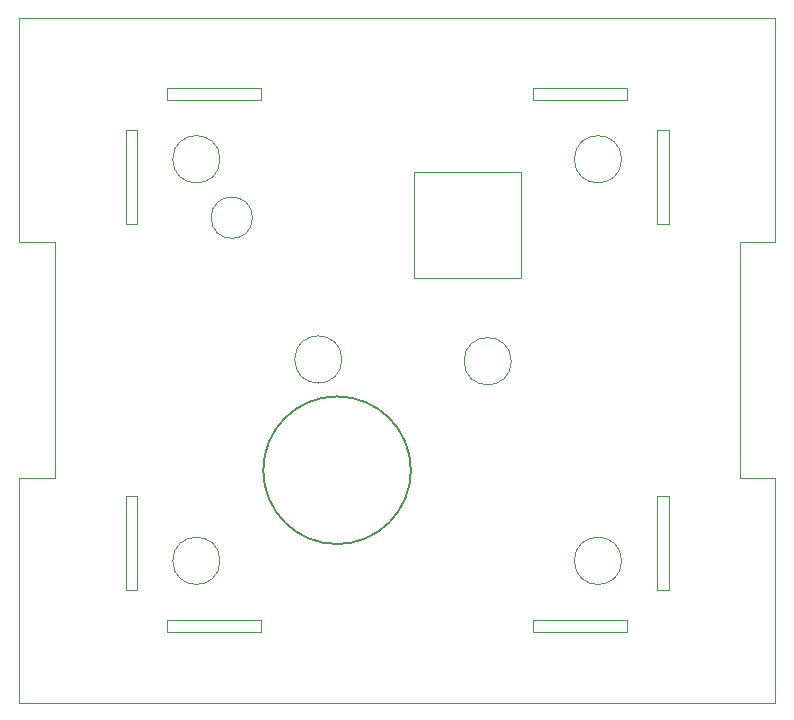
<source format=gm1>
G04 #@! TF.GenerationSoftware,KiCad,Pcbnew,7.0.2*
G04 #@! TF.CreationDate,2023-06-06T15:13:29-04:00*
G04 #@! TF.ProjectId,baseplate,62617365-706c-4617-9465-2e6b69636164,rev?*
G04 #@! TF.SameCoordinates,Original*
G04 #@! TF.FileFunction,Profile,NP*
%FSLAX46Y46*%
G04 Gerber Fmt 4.6, Leading zero omitted, Abs format (unit mm)*
G04 Created by KiCad (PCBNEW 7.0.2) date 2023-06-06 15:13:29*
%MOMM*%
%LPD*%
G01*
G04 APERTURE LIST*
G04 #@! TA.AperFunction,Profile*
%ADD10C,0.050000*%
G04 #@! TD*
G04 #@! TA.AperFunction,Profile*
%ADD11C,0.200000*%
G04 #@! TD*
G04 APERTURE END LIST*
D10*
X75000000Y-74500000D02*
X75000000Y-82500000D01*
X116500000Y-40000000D02*
X116500000Y-41000000D01*
X119000000Y-82500000D02*
X119000000Y-74500000D01*
X74000000Y-74500000D02*
X75000000Y-74500000D01*
X126000000Y-73000000D02*
X126000000Y-53000000D01*
X120000000Y-51500000D02*
X119000000Y-51500000D01*
X116000000Y-80000000D02*
G75*
G03*
X116000000Y-80000000I-2000000J0D01*
G01*
X77500000Y-40000000D02*
X85500000Y-40000000D01*
X77500000Y-85000000D02*
X85500000Y-85000000D01*
X85500000Y-85000000D02*
X85500000Y-86000000D01*
X75000000Y-82500000D02*
X74000000Y-82500000D01*
X85500000Y-40000000D02*
X85500000Y-41000000D01*
X116500000Y-41000000D02*
X108500000Y-41000000D01*
X116500000Y-86000000D02*
X108500000Y-86000000D01*
X74000000Y-82500000D02*
X74000000Y-74500000D01*
X85500000Y-86000000D02*
X77500000Y-86000000D01*
X108500000Y-86000000D02*
X108500000Y-85000000D01*
D11*
X98160000Y-72330000D02*
G75*
G03*
X98160000Y-72330000I-6250000J0D01*
G01*
D10*
X120000000Y-43500000D02*
X120000000Y-51500000D01*
X65000000Y-92000000D02*
X129000000Y-92000000D01*
X116000000Y-46000000D02*
G75*
G03*
X116000000Y-46000000I-2000000J0D01*
G01*
X106660000Y-63100000D02*
G75*
G03*
X106660000Y-63100000I-2000000J0D01*
G01*
X129000000Y-53000000D02*
X129000000Y-34000000D01*
X82000000Y-46000000D02*
G75*
G03*
X82000000Y-46000000I-2000000J0D01*
G01*
X92320000Y-62950000D02*
G75*
G03*
X92320000Y-62950000I-2000000J0D01*
G01*
X82000000Y-80000000D02*
G75*
G03*
X82000000Y-80000000I-2000000J0D01*
G01*
X108500000Y-41000000D02*
X108500000Y-40000000D01*
X129000000Y-73000000D02*
X129000000Y-92000000D01*
X65000000Y-53000000D02*
X65000000Y-34000000D01*
X68000000Y-73000000D02*
X65000000Y-73000000D01*
X129000000Y-73000000D02*
X126000000Y-73000000D01*
X129000000Y-34000000D02*
X65000000Y-34000000D01*
X74000000Y-51500000D02*
X74000000Y-43500000D01*
X74000000Y-43500000D02*
X75000000Y-43500000D01*
X108500000Y-40000000D02*
X116500000Y-40000000D01*
X85500000Y-41000000D02*
X77500000Y-41000000D01*
X75000000Y-43500000D02*
X75000000Y-51500000D01*
X120000000Y-74500000D02*
X120000000Y-82500000D01*
X77500000Y-86000000D02*
X77500000Y-85000000D01*
X65000000Y-53000000D02*
X68000000Y-53000000D01*
X68000000Y-53000000D02*
X68000000Y-73000000D01*
X108500000Y-85000000D02*
X116500000Y-85000000D01*
X120000000Y-82500000D02*
X119000000Y-82500000D01*
X75000000Y-51500000D02*
X74000000Y-51500000D01*
X116500000Y-85000000D02*
X116500000Y-86000000D01*
X98460000Y-47040000D02*
X107460000Y-47040000D01*
X107460000Y-56040000D01*
X98460000Y-56040000D01*
X98460000Y-47040000D01*
X77500000Y-41000000D02*
X77500000Y-40000000D01*
X65000000Y-73000000D02*
X65000000Y-92000000D01*
X119000000Y-43500000D02*
X120000000Y-43500000D01*
X119000000Y-51500000D02*
X119000000Y-43500000D01*
X126000000Y-53000000D02*
X129000000Y-53000000D01*
X84750000Y-50950000D02*
G75*
G03*
X84750000Y-50950000I-1750000J0D01*
G01*
X119000000Y-74500000D02*
X120000000Y-74500000D01*
M02*

</source>
